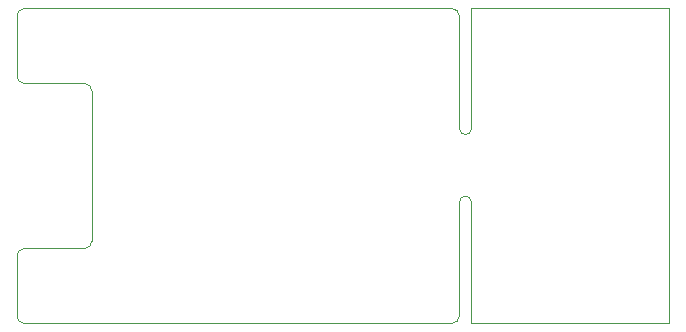
<source format=gbr>
%TF.GenerationSoftware,KiCad,Pcbnew,(6.0.7)*%
%TF.CreationDate,2022-09-05T20:23:25-07:00*%
%TF.ProjectId,EB4,4542342e-6b69-4636-9164-5f7063625858,rev?*%
%TF.SameCoordinates,Original*%
%TF.FileFunction,Profile,NP*%
%FSLAX46Y46*%
G04 Gerber Fmt 4.6, Leading zero omitted, Abs format (unit mm)*
G04 Created by KiCad (PCBNEW (6.0.7)) date 2022-09-05 20:23:25*
%MOMM*%
%LPD*%
G01*
G04 APERTURE LIST*
%TA.AperFunction,Profile*%
%ADD10C,0.100000*%
%TD*%
G04 APERTURE END LIST*
D10*
X100007987Y-90169987D02*
G75*
G03*
X100642987Y-89535000I13J634987D01*
G01*
X100642987Y-89535000D02*
X100647500Y-79883000D01*
X63817500Y-90170000D02*
X69532500Y-90170000D01*
X63817500Y-69850000D02*
X68897500Y-69850000D01*
X69532500Y-63500000D02*
X100007987Y-63500000D01*
X100007987Y-90170000D02*
X69532500Y-90170000D01*
X100643000Y-64135000D02*
G75*
G03*
X100007987Y-63500000I-635000J0D01*
G01*
X63817500Y-83820000D02*
G75*
G03*
X63182500Y-84455000I0J-635000D01*
G01*
X69532500Y-63500000D02*
X63817500Y-63500000D01*
X63182500Y-89535000D02*
G75*
G03*
X63817500Y-90170000I635000J0D01*
G01*
X101663500Y-79883000D02*
G75*
G03*
X100647500Y-79883000I-508000J0D01*
G01*
X69532500Y-83185000D02*
X69532500Y-70485000D01*
X101663500Y-79883000D02*
X101663500Y-90170000D01*
X63182500Y-69215000D02*
G75*
G03*
X63817500Y-69850000I635000J0D01*
G01*
X68897500Y-83820000D02*
G75*
G03*
X69532500Y-83185000I0J635000D01*
G01*
X63182500Y-84455000D02*
X63182500Y-89535000D01*
X69532500Y-70485000D02*
G75*
G03*
X68897500Y-69850000I-635000J0D01*
G01*
X118427500Y-63500000D02*
X101663500Y-63500000D01*
X100647500Y-73660000D02*
G75*
G03*
X101663500Y-73660000I508000J0D01*
G01*
X100647500Y-73660000D02*
X100642987Y-64135000D01*
X118427500Y-90170000D02*
X118427500Y-63500000D01*
X68897500Y-83820000D02*
X63817500Y-83820000D01*
X101663500Y-63754000D02*
X101663500Y-63500000D01*
X63817500Y-63500000D02*
G75*
G03*
X63182500Y-64135000I0J-635000D01*
G01*
X101663500Y-90170000D02*
X118427500Y-90170000D01*
X63182500Y-64135000D02*
X63182500Y-69215000D01*
X101663500Y-63754000D02*
X101663500Y-73660000D01*
M02*

</source>
